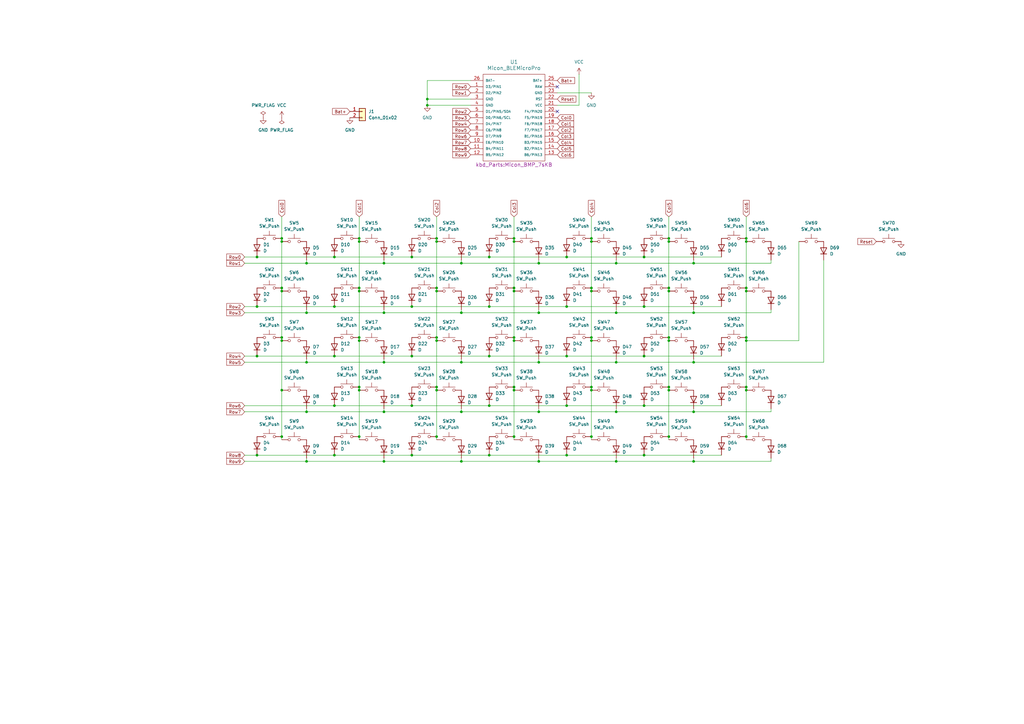
<source format=kicad_sch>
(kicad_sch (version 20250114) (generator "eeschema") (generator_version "9.0")
  (paper "A3")
  (junction (at 168.91 186.69))
  (junction (at 157.48 107.95))
  (junction (at 137.16 125.73))
  (junction (at 242.57 99.06))
  (junction (at 210.82 119.38))
  (junction (at 274.32 138.43))
  (junction (at 168.91 105.41))
  (junction (at 252.73 107.95))
  (junction (at 105.41 146.05))
  (junction (at 242.57 158.75))
  (junction (at 220.98 128.27))
  (junction (at 168.91 166.37))
  (junction (at 115.57 138.43))
  (junction (at 147.32 97.79))
  (junction (at 137.16 186.69))
  (junction (at 306.07 118.11))
  (junction (at 200.66 186.69))
  (junction (at 179.07 138.43))
  (junction (at 274.32 179.07))
  (junction (at 242.57 160.02))
  (junction (at 252.73 168.91))
  (junction (at 264.16 146.05))
  (junction (at 232.41 105.41))
  (junction (at 200.66 146.05))
  (junction (at 147.32 119.38))
  (junction (at 115.57 97.79))
  (junction (at 252.73 189.23))
  (junction (at 147.32 158.75))
  (junction (at 306.07 179.07))
  (junction (at 274.32 160.02))
  (junction (at 220.98 148.59))
  (junction (at 105.41 186.69))
  (junction (at 115.57 119.38))
  (junction (at 242.57 119.38))
  (junction (at 264.16 166.37))
  (junction (at 105.41 105.41))
  (junction (at 284.48 148.59))
  (junction (at 306.07 99.06))
  (junction (at 125.73 107.95))
  (junction (at 252.73 128.27))
  (junction (at 210.82 138.43))
  (junction (at 210.82 97.79))
  (junction (at 220.98 189.23))
  (junction (at 189.23 148.59))
  (junction (at 200.66 105.41))
  (junction (at 210.82 139.7))
  (junction (at 220.98 107.95))
  (junction (at 274.32 118.11))
  (junction (at 137.16 166.37))
  (junction (at 157.48 128.27))
  (junction (at 147.32 179.07))
  (junction (at 179.07 97.79))
  (junction (at 274.32 119.38))
  (junction (at 284.48 107.95))
  (junction (at 189.23 128.27))
  (junction (at 200.66 166.37))
  (junction (at 179.07 160.02))
  (junction (at 189.23 189.23))
  (junction (at 137.16 146.05))
  (junction (at 115.57 160.02))
  (junction (at 147.32 138.43))
  (junction (at 210.82 118.11))
  (junction (at 242.57 118.11))
  (junction (at 125.73 168.91))
  (junction (at 115.57 118.11))
  (junction (at 157.48 148.59))
  (junction (at 264.16 105.41))
  (junction (at 147.32 99.06))
  (junction (at 175.26 43.18))
  (junction (at 306.07 138.43))
  (junction (at 147.32 139.7))
  (junction (at 125.73 148.59))
  (junction (at 210.82 179.07))
  (junction (at 264.16 186.69))
  (junction (at 175.26 40.64))
  (junction (at 115.57 139.7))
  (junction (at 232.41 146.05))
  (junction (at 147.32 118.11))
  (junction (at 157.48 189.23))
  (junction (at 125.73 189.23))
  (junction (at 179.07 99.06))
  (junction (at 179.07 119.38))
  (junction (at 284.48 168.91))
  (junction (at 115.57 99.06))
  (junction (at 179.07 179.07))
  (junction (at 210.82 160.02))
  (junction (at 189.23 168.91))
  (junction (at 168.91 146.05))
  (junction (at 306.07 139.7))
  (junction (at 115.57 179.07))
  (junction (at 189.23 107.95))
  (junction (at 137.16 105.41))
  (junction (at 232.41 166.37))
  (junction (at 274.32 99.06))
  (junction (at 105.41 125.73))
  (junction (at 274.32 97.79))
  (junction (at 306.07 160.02))
  (junction (at 220.98 168.91))
  (junction (at 242.57 97.79))
  (junction (at 200.66 125.73))
  (junction (at 242.57 179.07))
  (junction (at 125.73 128.27))
  (junction (at 179.07 118.11))
  (junction (at 179.07 158.75))
  (junction (at 147.32 160.02))
  (junction (at 274.32 158.75))
  (junction (at 242.57 139.7))
  (junction (at 274.32 139.7))
  (junction (at 210.82 99.06))
  (junction (at 284.48 189.23))
  (junction (at 232.41 186.69))
  (junction (at 252.73 148.59))
  (junction (at 306.07 158.75))
  (junction (at 284.48 128.27))
  (junction (at 306.07 97.79))
  (junction (at 264.16 125.73))
  (junction (at 179.07 139.7))
  (junction (at 157.48 168.91))
  (junction (at 242.57 138.43))
  (junction (at 168.91 125.73))
  (junction (at 306.07 119.38))
  (junction (at 232.41 125.73))
  (junction (at 210.82 158.75))
  (no_connect (at 228.6 35.56))
  (no_connect (at 228.6 45.72))
  (wire (pts (xy 189.23 189.23) (xy 189.23 187.96)))
  (wire (pts (xy 193.04 33.02) (xy 175.26 33.02)))
  (wire (pts (xy 147.32 88.9) (xy 147.32 97.79)))
  (wire (pts (xy 306.07 118.11) (xy 306.07 119.38)))
  (wire (pts (xy 147.32 160.02) (xy 147.32 179.07)))
  (wire (pts (xy 179.07 139.7) (xy 179.07 158.75)))
  (wire (pts (xy 137.16 146.05) (xy 168.91 146.05)))
  (wire (pts (xy 284.48 168.91) (xy 316.23 168.91)))
  (wire (pts (xy 284.48 128.27) (xy 284.48 127)))
  (wire (pts (xy 137.16 186.69) (xy 168.91 186.69)))
  (wire (pts (xy 232.41 105.41) (xy 264.16 105.41)))
  (wire (pts (xy 200.66 105.41) (xy 232.41 105.41)))
  (wire (pts (xy 327.66 139.7) (xy 306.07 139.7)))
  (wire (pts (xy 100.33 166.37) (xy 137.16 166.37)))
  (wire (pts (xy 274.32 139.7) (xy 274.32 158.75)))
  (wire (pts (xy 100.33 105.41) (xy 105.41 105.41)))
  (wire (pts (xy 157.48 128.27) (xy 157.48 127)))
  (wire (pts (xy 115.57 119.38) (xy 115.57 138.43)))
  (wire (pts (xy 274.32 118.11) (xy 274.32 119.38)))
  (wire (pts (xy 210.82 139.7) (xy 210.82 158.75)))
  (wire (pts (xy 252.73 107.95) (xy 252.73 106.68)))
  (wire (pts (xy 220.98 107.95) (xy 220.98 106.68)))
  (wire (pts (xy 220.98 148.59) (xy 220.98 147.32)))
  (wire (pts (xy 125.73 148.59) (xy 157.48 148.59)))
  (wire (pts (xy 189.23 168.91) (xy 189.23 167.64)))
  (wire (pts (xy 100.33 189.23) (xy 125.73 189.23)))
  (wire (pts (xy 189.23 107.95) (xy 220.98 107.95)))
  (wire (pts (xy 115.57 139.7) (xy 115.57 160.02)))
  (wire (pts (xy 115.57 99.06) (xy 115.57 118.11)))
  (wire (pts (xy 115.57 179.07) (xy 115.57 180.34)))
  (wire (pts (xy 147.32 99.06) (xy 147.32 118.11)))
  (wire (pts (xy 284.48 107.95) (xy 284.48 106.68)))
  (wire (pts (xy 189.23 148.59) (xy 189.23 147.32)))
  (wire (pts (xy 157.48 168.91) (xy 189.23 168.91)))
  (wire (pts (xy 125.73 189.23) (xy 157.48 189.23)))
  (wire (pts (xy 168.91 166.37) (xy 200.66 166.37)))
  (wire (pts (xy 189.23 148.59) (xy 220.98 148.59)))
  (wire (pts (xy 264.16 186.69) (xy 295.91 186.69)))
  (wire (pts (xy 252.73 148.59) (xy 252.73 147.32)))
  (wire (pts (xy 125.73 168.91) (xy 125.73 167.64)))
  (wire (pts (xy 210.82 179.07) (xy 210.82 180.34)))
  (wire (pts (xy 316.23 107.95) (xy 316.23 106.68)))
  (wire (pts (xy 105.41 186.69) (xy 137.16 186.69)))
  (wire (pts (xy 284.48 128.27) (xy 316.23 128.27)))
  (wire (pts (xy 306.07 99.06) (xy 306.07 118.11)))
  (wire (pts (xy 264.16 105.41) (xy 295.91 105.41)))
  (wire (pts (xy 147.32 139.7) (xy 147.32 158.75)))
  (wire (pts (xy 210.82 88.9) (xy 210.82 97.79)))
  (wire (pts (xy 189.23 128.27) (xy 189.23 127)))
  (wire (pts (xy 179.07 138.43) (xy 179.07 139.7)))
  (wire (pts (xy 168.91 125.73) (xy 200.66 125.73)))
  (wire (pts (xy 252.73 189.23) (xy 252.73 187.96)))
  (wire (pts (xy 220.98 128.27) (xy 220.98 127)))
  (wire (pts (xy 147.32 97.79) (xy 147.32 99.06)))
  (wire (pts (xy 125.73 128.27) (xy 157.48 128.27)))
  (wire (pts (xy 157.48 189.23) (xy 189.23 189.23)))
  (wire (pts (xy 316.23 128.27) (xy 316.23 127)))
  (wire (pts (xy 210.82 99.06) (xy 210.82 118.11)))
  (wire (pts (xy 242.57 119.38) (xy 242.57 138.43)))
  (wire (pts (xy 179.07 118.11) (xy 179.07 119.38)))
  (wire (pts (xy 242.57 139.7) (xy 242.57 158.75)))
  (wire (pts (xy 157.48 168.91) (xy 157.48 167.64)))
  (wire (pts (xy 189.23 107.95) (xy 189.23 106.68)))
  (wire (pts (xy 252.73 107.95) (xy 284.48 107.95)))
  (wire (pts (xy 220.98 189.23) (xy 220.98 187.96)))
  (wire (pts (xy 220.98 107.95) (xy 252.73 107.95)))
  (wire (pts (xy 175.26 43.18) (xy 193.04 43.18)))
  (wire (pts (xy 284.48 189.23) (xy 316.23 189.23)))
  (wire (pts (xy 232.41 125.73) (xy 264.16 125.73)))
  (wire (pts (xy 252.73 168.91) (xy 252.73 167.64)))
  (wire (pts (xy 252.73 128.27) (xy 252.73 127)))
  (wire (pts (xy 228.6 38.1) (xy 242.57 38.1)))
  (wire (pts (xy 189.23 128.27) (xy 220.98 128.27)))
  (wire (pts (xy 175.26 33.02) (xy 175.26 40.64)))
  (wire (pts (xy 200.66 166.37) (xy 232.41 166.37)))
  (wire (pts (xy 220.98 168.91) (xy 220.98 167.64)))
  (wire (pts (xy 115.57 88.9) (xy 115.57 97.79)))
  (wire (pts (xy 306.07 138.43) (xy 306.07 139.7)))
  (wire (pts (xy 200.66 146.05) (xy 232.41 146.05)))
  (wire (pts (xy 306.07 88.9) (xy 306.07 97.79)))
  (wire (pts (xy 210.82 97.79) (xy 210.82 99.06)))
  (wire (pts (xy 125.73 189.23) (xy 125.73 187.96)))
  (wire (pts (xy 306.07 97.79) (xy 306.07 99.06)))
  (wire (pts (xy 179.07 88.9) (xy 179.07 97.79)))
  (wire (pts (xy 125.73 107.95) (xy 125.73 106.68)))
  (wire (pts (xy 274.32 179.07) (xy 274.32 180.34)))
  (wire (pts (xy 168.91 146.05) (xy 200.66 146.05)))
  (wire (pts (xy 242.57 88.9) (xy 242.57 97.79)))
  (wire (pts (xy 147.32 118.11) (xy 147.32 119.38)))
  (wire (pts (xy 274.32 160.02) (xy 274.32 179.07)))
  (wire (pts (xy 115.57 138.43) (xy 115.57 139.7)))
  (wire (pts (xy 175.26 40.64) (xy 175.26 43.18)))
  (wire (pts (xy 100.33 148.59) (xy 125.73 148.59)))
  (wire (pts (xy 168.91 105.41) (xy 200.66 105.41)))
  (wire (pts (xy 168.91 186.69) (xy 200.66 186.69)))
  (wire (pts (xy 210.82 158.75) (xy 210.82 160.02)))
  (wire (pts (xy 179.07 158.75) (xy 179.07 160.02)))
  (wire (pts (xy 242.57 99.06) (xy 242.57 118.11)))
  (wire (pts (xy 189.23 168.91) (xy 220.98 168.91)))
  (wire (pts (xy 157.48 128.27) (xy 189.23 128.27)))
  (wire (pts (xy 220.98 168.91) (xy 252.73 168.91)))
  (wire (pts (xy 193.04 40.64) (xy 175.26 40.64)))
  (wire (pts (xy 157.48 107.95) (xy 189.23 107.95)))
  (wire (pts (xy 220.98 128.27) (xy 252.73 128.27)))
  (wire (pts (xy 147.32 119.38) (xy 147.32 138.43)))
  (wire (pts (xy 157.48 148.59) (xy 157.48 147.32)))
  (wire (pts (xy 100.33 146.05) (xy 105.41 146.05)))
  (wire (pts (xy 210.82 119.38) (xy 210.82 138.43)))
  (wire (pts (xy 115.57 160.02) (xy 115.57 179.07)))
  (wire (pts (xy 252.73 148.59) (xy 284.48 148.59)))
  (wire (pts (xy 242.57 97.79) (xy 242.57 99.06)))
  (wire (pts (xy 264.16 166.37) (xy 295.91 166.37)))
  (wire (pts (xy 264.16 146.05) (xy 295.91 146.05)))
  (wire (pts (xy 228.6 43.18) (xy 237.49 43.18)))
  (wire (pts (xy 306.07 119.38) (xy 306.07 138.43)))
  (wire (pts (xy 284.48 107.95) (xy 316.23 107.95)))
  (wire (pts (xy 242.57 160.02) (xy 242.57 179.07)))
  (wire (pts (xy 274.32 158.75) (xy 274.32 160.02)))
  (wire (pts (xy 220.98 189.23) (xy 252.73 189.23)))
  (wire (pts (xy 100.33 128.27) (xy 125.73 128.27)))
  (wire (pts (xy 200.66 125.73) (xy 232.41 125.73)))
  (wire (pts (xy 105.41 146.05) (xy 137.16 146.05)))
  (wire (pts (xy 105.41 125.73) (xy 137.16 125.73)))
  (wire (pts (xy 210.82 118.11) (xy 210.82 119.38)))
  (wire (pts (xy 157.48 148.59) (xy 189.23 148.59)))
  (wire (pts (xy 220.98 148.59) (xy 252.73 148.59)))
  (wire (pts (xy 284.48 189.23) (xy 284.48 187.96)))
  (wire (pts (xy 306.07 139.7) (xy 306.07 158.75)))
  (wire (pts (xy 242.57 138.43) (xy 242.57 139.7)))
  (wire (pts (xy 179.07 160.02) (xy 179.07 179.07)))
  (wire (pts (xy 100.33 107.95) (xy 125.73 107.95)))
  (wire (pts (xy 316.23 168.91) (xy 316.23 167.64)))
  (wire (pts (xy 147.32 158.75) (xy 147.32 160.02)))
  (wire (pts (xy 337.82 148.59) (xy 337.82 106.68)))
  (wire (pts (xy 125.73 107.95) (xy 157.48 107.95)))
  (wire (pts (xy 232.41 146.05) (xy 264.16 146.05)))
  (wire (pts (xy 157.48 189.23) (xy 157.48 187.96)))
  (wire (pts (xy 306.07 158.75) (xy 306.07 160.02)))
  (wire (pts (xy 125.73 168.91) (xy 157.48 168.91)))
  (wire (pts (xy 242.57 179.07) (xy 242.57 180.34)))
  (wire (pts (xy 274.32 97.79) (xy 274.32 99.06)))
  (wire (pts (xy 125.73 128.27) (xy 125.73 127)))
  (wire (pts (xy 252.73 189.23) (xy 284.48 189.23)))
  (wire (pts (xy 232.41 186.69) (xy 264.16 186.69)))
  (wire (pts (xy 147.32 138.43) (xy 147.32 139.7)))
  (wire (pts (xy 242.57 158.75) (xy 242.57 160.02)))
  (wire (pts (xy 284.48 148.59) (xy 284.48 147.32)))
  (wire (pts (xy 157.48 107.95) (xy 157.48 106.68)))
  (wire (pts (xy 264.16 125.73) (xy 295.91 125.73)))
  (wire (pts (xy 327.66 99.06) (xy 327.66 139.7)))
  (wire (pts (xy 105.41 105.41) (xy 137.16 105.41)))
  (wire (pts (xy 137.16 125.73) (xy 168.91 125.73)))
  (wire (pts (xy 115.57 97.79) (xy 115.57 99.06)))
  (wire (pts (xy 252.73 128.27) (xy 284.48 128.27)))
  (wire (pts (xy 306.07 160.02) (xy 306.07 179.07)))
  (wire (pts (xy 189.23 189.23) (xy 220.98 189.23)))
  (wire (pts (xy 210.82 160.02) (xy 210.82 179.07)))
  (wire (pts (xy 316.23 189.23) (xy 316.23 187.96)))
  (wire (pts (xy 137.16 166.37) (xy 168.91 166.37)))
  (wire (pts (xy 200.66 186.69) (xy 232.41 186.69)))
  (wire (pts (xy 179.07 179.07) (xy 179.07 180.34)))
  (wire (pts (xy 147.32 179.07) (xy 147.32 180.34)))
  (wire (pts (xy 274.32 119.38) (xy 274.32 138.43)))
  (wire (pts (xy 179.07 119.38) (xy 179.07 138.43)))
  (wire (pts (xy 232.41 166.37) (xy 264.16 166.37)))
  (wire (pts (xy 284.48 168.91) (xy 284.48 167.64)))
  (wire (pts (xy 252.73 168.91) (xy 284.48 168.91)))
  (wire (pts (xy 100.33 125.73) (xy 105.41 125.73)))
  (wire (pts (xy 125.73 148.59) (xy 125.73 147.32)))
  (wire (pts (xy 237.49 30.48) (xy 237.49 43.18)))
  (wire (pts (xy 179.07 99.06) (xy 179.07 118.11)))
  (wire (pts (xy 100.33 168.91) (xy 125.73 168.91)))
  (wire (pts (xy 210.82 138.43) (xy 210.82 139.7)))
  (wire (pts (xy 306.07 179.07) (xy 306.07 180.34)))
  (wire (pts (xy 100.33 186.69) (xy 105.41 186.69)))
  (wire (pts (xy 274.32 88.9) (xy 274.32 97.79)))
  (wire (pts (xy 274.32 138.43) (xy 274.32 139.7)))
  (wire (pts (xy 242.57 118.11) (xy 242.57 119.38)))
  (wire (pts (xy 115.57 118.11) (xy 115.57 119.38)))
  (wire (pts (xy 274.32 99.06) (xy 274.32 118.11)))
  (wire (pts (xy 284.48 148.59) (xy 337.82 148.59)))
  (wire (pts (xy 137.16 105.41) (xy 168.91 105.41)))
  (wire (pts (xy 179.07 97.79) (xy 179.07 99.06)))
  (global_label "Col1" (shape input) (at 147.32 88.9 90) (property "Intersheetrefs" "${INTERSHEET_REFS}" (effects (hide yes))))
  (global_label "Row1" (shape input) (at 193.04 38.1 180) (property "Intersheetrefs" "${INTERSHEET_REFS}" (effects (hide yes))))
  (global_label "Row8" (shape input) (at 100.33 186.69 180) (property "Intersheetrefs" "${INTERSHEET_REFS}" (effects (hide yes))))
  (global_label "Col6" (shape input) (at 228.6 63.5 0) (property "Intersheetrefs" "${INTERSHEET_REFS}" (effects (hide yes))))
  (global_label "Col2" (shape input) (at 228.6 53.34 0) (property "Intersheetrefs" "${INTERSHEET_REFS}" (effects (hide yes))))
  (global_label "Row9" (shape input) (at 100.33 189.23 180) (property "Intersheetrefs" "${INTERSHEET_REFS}" (effects (hide yes))))
  (global_label "Bat+" (shape input) (at 228.6 33.02 0) (property "Intersheetrefs" "${INTERSHEET_REFS}" (effects (hide yes))))
  (global_label "Row2" (shape input) (at 100.33 125.73 180) (property "Intersheetrefs" "${INTERSHEET_REFS}" (effects (hide yes))))
  (global_label "Col3" (shape input) (at 210.82 88.9 90) (property "Intersheetrefs" "${INTERSHEET_REFS}" (effects (hide yes))))
  (global_label "Row2" (shape input) (at 193.04 45.72 180) (property "Intersheetrefs" "${INTERSHEET_REFS}" (effects (hide yes))))
  (global_label "Reset" (shape input) (at 228.6 40.64 0) (property "Intersheetrefs" "${INTERSHEET_REFS}" (effects (hide yes))))
  (global_label "Col4" (shape input) (at 242.57 88.9 90) (property "Intersheetrefs" "${INTERSHEET_REFS}" (effects (hide yes))))
  (global_label "Col2" (shape input) (at 179.07 88.9 90) (property "Intersheetrefs" "${INTERSHEET_REFS}" (effects (hide yes))))
  (global_label "Row7" (shape input) (at 100.33 168.91 180) (property "Intersheetrefs" "${INTERSHEET_REFS}" (effects (hide yes))))
  (global_label "Col5" (shape input) (at 228.6 60.96 0) (property "Intersheetrefs" "${INTERSHEET_REFS}" (effects (hide yes))))
  (global_label "Row0" (shape input) (at 100.33 105.41 180) (property "Intersheetrefs" "${INTERSHEET_REFS}" (effects (hide yes))))
  (global_label "Bat+" (shape input) (at 143.51 45.72 180) (property "Intersheetrefs" "${INTERSHEET_REFS}" (effects (hide yes))))
  (global_label "Col3" (shape input) (at 228.6 55.88 0) (property "Intersheetrefs" "${INTERSHEET_REFS}" (effects (hide yes))))
  (global_label "Row0" (shape input) (at 193.04 35.56 180) (property "Intersheetrefs" "${INTERSHEET_REFS}" (effects (hide yes))))
  (global_label "Row3" (shape input) (at 193.04 48.26 180) (property "Intersheetrefs" "${INTERSHEET_REFS}" (effects (hide yes))))
  (global_label "Row5" (shape input) (at 193.04 53.34 180) (property "Intersheetrefs" "${INTERSHEET_REFS}" (effects (hide yes))))
  (global_label "Row6" (shape input) (at 193.04 55.88 180) (property "Intersheetrefs" "${INTERSHEET_REFS}" (effects (hide yes))))
  (global_label "Col5" (shape input) (at 274.32 88.9 90) (property "Intersheetrefs" "${INTERSHEET_REFS}" (effects (hide yes))))
  (global_label "Row3" (shape input) (at 100.33 128.27 180) (property "Intersheetrefs" "${INTERSHEET_REFS}" (effects (hide yes))))
  (global_label "Col0" (shape input) (at 228.6 48.26 0) (property "Intersheetrefs" "${INTERSHEET_REFS}" (effects (hide yes))))
  (global_label "Reset" (shape input) (at 359.41 99.06 180) (property "Intersheetrefs" "${INTERSHEET_REFS}" (effects (hide yes))))
  (global_label "Row4" (shape input) (at 193.04 50.8 180) (property "Intersheetrefs" "${INTERSHEET_REFS}" (effects (hide yes))))
  (global_label "Col0" (shape input) (at 115.57 88.9 90) (property "Intersheetrefs" "${INTERSHEET_REFS}" (effects (hide yes))))
  (global_label "Row9" (shape input) (at 193.04 63.5 180) (property "Intersheetrefs" "${INTERSHEET_REFS}" (effects (hide yes))))
  (global_label "Row1" (shape input) (at 100.33 107.95 180) (property "Intersheetrefs" "${INTERSHEET_REFS}" (effects (hide yes))))
  (global_label "Row8" (shape input) (at 193.04 60.96 180) (property "Intersheetrefs" "${INTERSHEET_REFS}" (effects (hide yes))))
  (global_label "Col6" (shape input) (at 306.07 88.9 90) (property "Intersheetrefs" "${INTERSHEET_REFS}" (effects (hide yes))))
  (global_label "Row6" (shape input) (at 100.33 166.37 180) (property "Intersheetrefs" "${INTERSHEET_REFS}" (effects (hide yes))))
  (global_label "Row4" (shape input) (at 100.33 146.05 180) (property "Intersheetrefs" "${INTERSHEET_REFS}" (effects (hide yes))))
  (global_label "Col1" (shape input) (at 228.6 50.8 0) (property "Intersheetrefs" "${INTERSHEET_REFS}" (effects (hide yes))))
  (global_label "Row5" (shape input) (at 100.33 148.59 180) (property "Intersheetrefs" "${INTERSHEET_REFS}" (effects (hide yes))))
  (global_label "Row7" (shape input) (at 193.04 58.42 180) (property "Intersheetrefs" "${INTERSHEET_REFS}" (effects (hide yes))))
  (global_label "Col4" (shape input) (at 228.6 58.42 0) (property "Intersheetrefs" "${INTERSHEET_REFS}" (effects (hide yes))))
  (symbol (lib_id "power:PWR_FLAG") (at 107.95 48.26 0) (unit 1)
    (property "Reference" "#FLG01" (effects (hide yes)))
    (property "Value" "PWR_FLAG" (at 107.95 43.18 0))
    (property "Description" "Special symbol for telling ERC where power comes from" (effects (hide yes)))
  )
  (symbol (lib_id "Switch:SW_Push") (at 279.4 139.7 0) (unit 1)
    (property "Reference" "SW57" (at 279.4 132.08 0))
    (property "Value" "SW_Push" (at 279.4 134.62 0))
    (property "Footprint" "kbd_SW:CherryMX_Hotswap_1u_Small3" (effects (hide yes)))
    (property "Description" "Push button switch, generic, two pins" (effects (hide yes)))
  )
  (symbol (lib_id "Device:D") (at 189.23 184.15 90) (unit 1)
    (property "Reference" "D29" (at 191.77 182.8799 90) (effects (justify right)))
    (property "Value" "D" (at 191.77 185.4199 90) (effects (justify right)))
    (property "Footprint" "kbd_Parts:Diode_SMD" (effects (hide yes)))
    (property "Description" "Diode" (effects (hide yes)))
    (property "Sim.Device" "D" (effects (hide yes)))
    (property "Sim.Pins" "1=K 2=A" (effects (hide yes)))
  )
  (symbol (lib_id "Device:D") (at 220.98 143.51 90) (unit 1)
    (property "Reference" "D37" (at 223.52 142.2399 90) (effects (justify right)))
    (property "Value" "D" (at 223.52 144.7799 90) (effects (justify right)))
    (property "Footprint" "kbd_Parts:Diode_SMD" (effects (hide yes)))
    (property "Description" "Diode" (effects (hide yes)))
    (property "Sim.Device" "D" (effects (hide yes)))
    (property "Sim.Pins" "1=K 2=A" (effects (hide yes)))
  )
  (symbol (lib_id "Switch:SW_Push") (at 142.24 97.79 0) (unit 1)
    (property "Reference" "SW10" (at 142.24 90.17 0))
    (property "Value" "SW_Push" (at 142.24 92.71 0))
    (property "Footprint" "kbd_SW:CherryMX_Hotswap_1u_Small3" (effects (hide yes)))
    (property "Description" "Push button switch, generic, two pins" (effects (hide yes)))
  )
  (symbol (lib_id "Device:D") (at 232.41 182.88 90) (unit 1)
    (property "Reference" "D44" (at 234.95 181.6099 90) (effects (justify right)))
    (property "Value" "D" (at 234.95 184.1499 90) (effects (justify right)))
    (property "Footprint" "kbd_Parts:Diode_SMD" (effects (hide yes)))
    (property "Description" "Diode" (effects (hide yes)))
    (property "Sim.Device" "D" (effects (hide yes)))
    (property "Sim.Pins" "1=K 2=A" (effects (hide yes)))
  )
  (symbol (lib_id "Device:D") (at 264.16 101.6 90) (unit 1)
    (property "Reference" "D50" (at 266.7 100.3299 90) (effects (justify right)))
    (property "Value" "D" (at 266.7 102.8699 90) (effects (justify right)))
    (property "Footprint" "kbd_Parts:Diode_SMD" (effects (hide yes)))
    (property "Description" "Diode" (effects (hide yes)))
    (property "Sim.Device" "D" (effects (hide yes)))
    (property "Sim.Pins" "1=K 2=A" (effects (hide yes)))
  )
  (symbol (lib_id "Device:D") (at 316.23 163.83 90) (unit 1)
    (property "Reference" "D67" (at 318.77 162.5599 90) (effects (justify right)))
    (property "Value" "D" (at 318.77 165.0999 90) (effects (justify right)))
    (property "Footprint" "kbd_Parts:Diode_SMD" (effects (hide yes)))
    (property "Description" "Diode" (effects (hide yes)))
    (property "Sim.Device" "D" (effects (hide yes)))
    (property "Sim.Pins" "1=K 2=A" (effects (hide yes)))
  )
  (symbol (lib_id "Device:D") (at 252.73 102.87 90) (unit 1)
    (property "Reference" "D45" (at 255.27 101.5999 90) (effects (justify right)))
    (property "Value" "D" (at 255.27 104.1399 90) (effects (justify right)))
    (property "Footprint" "kbd_Parts:Diode_SMD" (effects (hide yes)))
    (property "Description" "Diode" (effects (hide yes)))
    (property "Sim.Device" "D" (effects (hide yes)))
    (property "Sim.Pins" "1=K 2=A" (effects (hide yes)))
  )
  (symbol (lib_id "Switch:SW_Push") (at 110.49 97.79 0) (unit 1)
    (property "Reference" "SW1" (at 110.49 90.17 0))
    (property "Value" "SW_Push" (at 110.49 92.71 0))
    (property "Footprint" "kbd_SW:CherryMX_Hotswap_1u_Small3" (effects (hide yes)))
    (property "Description" "Push button switch, generic, two pins" (effects (hide yes)))
  )
  (symbol (lib_id "Switch:SW_Push") (at 237.49 179.07 0) (unit 1)
    (property "Reference" "SW44" (at 237.49 171.45 0))
    (property "Value" "SW_Push" (at 237.49 173.99 0))
    (property "Footprint" "kbd_SW:CherryMX_Hotswap_1u_Small3" (effects (hide yes)))
    (property "Description" "Push button switch, generic, two pins" (effects (hide yes)))
  )
  (symbol (lib_id "Switch:SW_Push") (at 184.15 99.06 0) (unit 1)
    (property "Reference" "SW25" (at 184.15 91.44 0))
    (property "Value" "SW_Push" (at 184.15 93.98 0))
    (property "Footprint" "kbd_SW:CherryMX_Hotswap_1u_Small3" (effects (hide yes)))
    (property "Description" "Push button switch, generic, two pins" (effects (hide yes)))
  )
  (symbol (lib_id "Switch:SW_Push") (at 120.65 160.02 0) (unit 1)
    (property "Reference" "SW8" (at 120.65 152.4 0))
    (property "Value" "SW_Push" (at 120.65 154.94 0))
    (property "Footprint" "kbd_SW:CherryMX_Hotswap_1.75u" (effects (hide yes)))
    (property "Description" "Push button switch, generic, two pins" (effects (hide yes)))
  )
  (symbol (lib_id "Switch:SW_Push") (at 300.99 97.79 0) (unit 1)
    (property "Reference" "SW60" (at 300.99 90.17 0))
    (property "Value" "SW_Push" (at 300.99 92.71 0))
    (property "Footprint" "kbd_SW:CherryMX_Hotswap_1u_Small3" (effects (hide yes)))
    (property "Description" "Push button switch, generic, two pins" (effects (hide yes)))
  )
  (symbol (lib_id "Device:D") (at 232.41 101.6 90) (unit 1)
    (property "Reference" "D40" (at 234.95 100.3299 90) (effects (justify right)))
    (property "Value" "D" (at 234.95 102.8699 90) (effects (justify right)))
    (property "Footprint" "kbd_Parts:Diode_SMD" (effects (hide yes)))
    (property "Description" "Diode" (effects (hide yes)))
    (property "Sim.Device" "D" (effects (hide yes)))
    (property "Sim.Pins" "1=K 2=A" (effects (hide yes)))
  )
  (symbol (lib_id "power:GND") (at 107.95 48.26 0) (unit 1)
    (property "Reference" "#PWR01" (effects (hide yes)))
    (property "Value" "GND" (at 107.95 53.34 0))
    (property "Description" "Power symbol creates a global label with name \"GND\" , ground" (effects (hide yes)))
  )
  (symbol (lib_id "Device:D") (at 232.41 162.56 90) (unit 1)
    (property "Reference" "D43" (at 234.95 161.2899 90) (effects (justify right)))
    (property "Value" "D" (at 234.95 163.8299 90) (effects (justify right)))
    (property "Footprint" "kbd_Parts:Diode_SMD" (effects (hide yes)))
    (property "Description" "Diode" (effects (hide yes)))
    (property "Sim.Device" "D" (effects (hide yes)))
    (property "Sim.Pins" "1=K 2=A" (effects (hide yes)))
  )
  (symbol (lib_id "Switch:SW_Push") (at 173.99 97.79 0) (unit 1)
    (property "Reference" "SW20" (at 173.99 90.17 0))
    (property "Value" "SW_Push" (at 173.99 92.71 0))
    (property "Footprint" "kbd_SW:CherryMX_Hotswap_1u_Small3" (effects (hide yes)))
    (property "Description" "Push button switch, generic, two pins" (effects (hide yes)))
  )
  (symbol (lib_id "Device:D") (at 125.73 143.51 90) (unit 1)
    (property "Reference" "D7" (at 128.27 142.2399 90) (effects (justify right)))
    (property "Value" "D" (at 128.27 144.7799 90) (effects (justify right)))
    (property "Footprint" "kbd_Parts:Diode_SMD" (effects (hide yes)))
    (property "Description" "Diode" (effects (hide yes)))
    (property "Sim.Device" "D" (effects (hide yes)))
    (property "Sim.Pins" "1=K 2=A" (effects (hide yes)))
  )
  (symbol (lib_id "power:GND") (at 175.26 43.18 0) (unit 1)
    (property "Reference" "#PWR04" (effects (hide yes)))
    (property "Value" "GND" (at 175.26 48.26 0))
    (property "Description" "Power symbol creates a global label with name \"GND\" , ground" (effects (hide yes)))
  )
  (symbol (lib_id "Switch:SW_Push") (at 300.99 138.43 0) (unit 1)
    (property "Reference" "SW62" (at 300.99 130.81 0))
    (property "Value" "SW_Push" (at 300.99 133.35 0))
    (property "Footprint" "kbd_SW:CherryMX_Hotswap_1.75u" (effects (hide yes)))
    (property "Description" "Push button switch, generic, two pins" (effects (hide yes)))
  )
  (symbol (lib_id "Switch:SW_Push") (at 279.4 160.02 0) (unit 1)
    (property "Reference" "SW58" (at 279.4 152.4 0))
    (property "Value" "SW_Push" (at 279.4 154.94 0))
    (property "Footprint" "kbd_SW:CherryMX_Hotswap_1u_Small3" (effects (hide yes)))
    (property "Description" "Push button switch, generic, two pins" (effects (hide yes)))
  )
  (symbol (lib_id "Device:D") (at 284.48 102.87 90) (unit 1)
    (property "Reference" "D55" (at 287.02 101.5999 90) (effects (justify right)))
    (property "Value" "D" (at 287.02 104.1399 90) (effects (justify right)))
    (property "Footprint" "kbd_Parts:Diode_SMD" (effects (hide yes)))
    (property "Description" "Diode" (effects (hide yes)))
    (property "Sim.Device" "D" (effects (hide yes)))
    (property "Sim.Pins" "1=K 2=A" (effects (hide yes)))
  )
  (symbol (lib_id "Switch:SW_Push") (at 142.24 118.11 0) (unit 1)
    (property "Reference" "SW11" (at 142.24 110.49 0))
    (property "Value" "SW_Push" (at 142.24 113.03 0))
    (property "Footprint" "kbd_SW:CherryMX_Hotswap_1u_Small3" (effects (hide yes)))
    (property "Description" "Push button switch, generic, two pins" (effects (hide yes)))
  )
  (symbol (lib_id "Device:D") (at 220.98 123.19 90) (unit 1)
    (property "Reference" "D36" (at 223.52 121.9199 90) (effects (justify right)))
    (property "Value" "D" (at 223.52 124.4599 90) (effects (justify right)))
    (property "Footprint" "kbd_Parts:Diode_SMD" (effects (hide yes)))
    (property "Description" "Diode" (effects (hide yes)))
    (property "Sim.Device" "D" (effects (hide yes)))
    (property "Sim.Pins" "1=K 2=A" (effects (hide yes)))
  )
  (symbol (lib_id "Device:D") (at 105.41 101.6 90) (unit 1)
    (property "Reference" "D1" (at 107.95 100.3299 90) (effects (justify right)))
    (property "Value" "D" (at 107.95 102.8699 90) (effects (justify right)))
    (property "Footprint" "kbd_Parts:Diode_SMD" (effects (hide yes)))
    (property "Description" "Diode" (effects (hide yes)))
    (property "Sim.Device" "D" (effects (hide yes)))
    (property "Sim.Pins" "1=K 2=A" (effects (hide yes)))
  )
  (symbol (lib_id "Device:D") (at 125.73 102.87 90) (unit 1)
    (property "Reference" "D5" (at 128.27 101.5999 90) (effects (justify right)))
    (property "Value" "D" (at 128.27 104.1399 90) (effects (justify right)))
    (property "Footprint" "kbd_Parts:Diode_SMD" (effects (hide yes)))
    (property "Description" "Diode" (effects (hide yes)))
    (property "Sim.Device" "D" (effects (hide yes)))
    (property "Sim.Pins" "1=K 2=A" (effects (hide yes)))
  )
  (symbol (lib_id "Device:D") (at 137.16 101.6 90) (unit 1)
    (property "Reference" "D10" (at 139.7 100.3299 90) (effects (justify right)))
    (property "Value" "D" (at 139.7 102.8699 90) (effects (justify right)))
    (property "Footprint" "kbd_Parts:Diode_SMD" (effects (hide yes)))
    (property "Description" "Diode" (effects (hide yes)))
    (property "Sim.Device" "D" (effects (hide yes)))
    (property "Sim.Pins" "1=K 2=A" (effects (hide yes)))
  )
  (symbol (lib_id "Device:D") (at 252.73 143.51 90) (unit 1)
    (property "Reference" "D47" (at 255.27 142.2399 90) (effects (justify right)))
    (property "Value" "D" (at 255.27 144.7799 90) (effects (justify right)))
    (property "Footprint" "kbd_Parts:Diode_SMD" (effects (hide yes)))
    (property "Description" "Diode" (effects (hide yes)))
    (property "Sim.Device" "D" (effects (hide yes)))
    (property "Sim.Pins" "1=K 2=A" (effects (hide yes)))
  )
  (symbol (lib_id "Switch:SW_Push") (at 269.24 97.79 0) (unit 1)
    (property "Reference" "SW50" (at 269.24 90.17 0))
    (property "Value" "SW_Push" (at 269.24 92.71 0))
    (property "Footprint" "kbd_SW:CherryMX_Hotswap_1u_Small3" (effects (hide yes)))
    (property "Description" "Push button switch, generic, two pins" (effects (hide yes)))
  )
  (symbol (lib_id "Device:D") (at 220.98 102.87 90) (unit 1)
    (property "Reference" "D35" (at 223.52 101.5999 90) (effects (justify right)))
    (property "Value" "D" (at 223.52 104.1399 90) (effects (justify right)))
    (property "Footprint" "kbd_Parts:Diode_SMD" (effects (hide yes)))
    (property "Description" "Diode" (effects (hide yes)))
    (property "Sim.Device" "D" (effects (hide yes)))
    (property "Sim.Pins" "1=K 2=A" (effects (hide yes)))
  )
  (symbol (lib_id "Device:D") (at 220.98 184.15 90) (unit 1)
    (property "Reference" "D39" (at 223.52 182.8799 90) (effects (justify right)))
    (property "Value" "D" (at 223.52 185.4199 90) (effects (justify right)))
    (property "Footprint" "kbd_Parts:Diode_SMD" (effects (hide yes)))
    (property "Description" "Diode" (effects (hide yes)))
    (property "Sim.Device" "D" (effects (hide yes)))
    (property "Sim.Pins" "1=K 2=A" (effects (hide yes)))
  )
  (symbol (lib_id "Switch:SW_Push") (at 237.49 97.79 0) (unit 1)
    (property "Reference" "SW40" (at 237.49 90.17 0))
    (property "Value" "SW_Push" (at 237.49 92.71 0))
    (property "Footprint" "kbd_SW:CherryMX_Hotswap_1u_Small3" (effects (hide yes)))
    (property "Description" "Push button switch, generic, two pins" (effects (hide yes)))
  )
  (symbol (lib_id "Switch:SW_Push") (at 237.49 158.75 0) (unit 1)
    (property "Reference" "SW43" (at 237.49 151.13 0))
    (property "Value" "SW_Push" (at 237.49 153.67 0))
    (property "Footprint" "kbd_SW:CherryMX_Hotswap_1u_Small3" (effects (hide yes)))
    (property "Description" "Push button switch, generic, two pins" (effects (hide yes)))
  )
  (symbol (lib_id "Switch:SW_Push") (at 279.4 99.06 0) (unit 1)
    (property "Reference" "SW55" (at 279.4 91.44 0))
    (property "Value" "SW_Push" (at 279.4 93.98 0))
    (property "Footprint" "kbd_SW:CherryMX_Hotswap_1u_Small3" (effects (hide yes)))
    (property "Description" "Push button switch, generic, two pins" (effects (hide yes)))
  )
  (symbol (lib_id "Device:D") (at 252.73 184.15 90) (unit 1)
    (property "Reference" "D49" (at 255.27 182.8799 90) (effects (justify right)))
    (property "Value" "D" (at 255.27 185.4199 90) (effects (justify right)))
    (property "Footprint" "kbd_Parts:Diode_SMD" (effects (hide yes)))
    (property "Description" "Diode" (effects (hide yes)))
    (property "Sim.Device" "D" (effects (hide yes)))
    (property "Sim.Pins" "1=K 2=A" (effects (hide yes)))
  )
  (symbol (lib_id "Device:D") (at 264.16 162.56 90) (unit 1)
    (property "Reference" "D53" (at 266.7 161.2899 90) (effects (justify right)))
    (property "Value" "D" (at 266.7 163.8299 90) (effects (justify right)))
    (property "Footprint" "kbd_Parts:Diode_SMD" (effects (hide yes)))
    (property "Description" "Diode" (effects (hide yes)))
    (property "Sim.Device" "D" (effects (hide yes)))
    (property "Sim.Pins" "1=K 2=A" (effects (hide yes)))
  )
  (symbol (lib_id "Switch:SW_Push") (at 120.65 180.34 0) (unit 1)
    (property "Reference" "SW9" (at 120.65 172.72 0))
    (property "Value" "SW_Push" (at 120.65 175.26 0))
    (property "Footprint" "kbd_SW:CherryMX_Hotswap_1.25u" (effects (hide yes)))
    (property "Description" "Push button switch, generic, two pins" (effects (hide yes)))
  )
  (symbol (lib_id "Device:D") (at 264.16 121.92 90) (unit 1)
    (property "Reference" "D51" (at 266.7 120.6499 90) (effects (justify right)))
    (property "Value" "D" (at 266.7 123.1899 90) (effects (justify right)))
    (property "Footprint" "kbd_Parts:Diode_SMD" (effects (hide yes)))
    (property "Description" "Diode" (effects (hide yes)))
    (property "Sim.Device" "D" (effects (hide yes)))
    (property "Sim.Pins" "1=K 2=A" (effects (hide yes)))
  )
  (symbol (lib_id "Device:D") (at 168.91 101.6 90) (unit 1)
    (property "Reference" "D20" (at 171.45 100.3299 90) (effects (justify right)))
    (property "Value" "D" (at 171.45 102.8699 90) (effects (justify right)))
    (property "Footprint" "kbd_Parts:Diode_SMD" (effects (hide yes)))
    (property "Description" "Diode" (effects (hide yes)))
    (property "Sim.Device" "D" (effects (hide yes)))
    (property "Sim.Pins" "1=K 2=A" (effects (hide yes)))
  )
  (symbol (lib_id "Device:D") (at 137.16 182.88 90) (unit 1)
    (property "Reference" "D14" (at 139.7 181.6099 90) (effects (justify right)))
    (property "Value" "D" (at 139.7 184.1499 90) (effects (justify right)))
    (property "Footprint" "kbd_Parts:Diode_SMD" (effects (hide yes)))
    (property "Description" "Diode" (effects (hide yes)))
    (property "Sim.Device" "D" (effects (hide yes)))
    (property "Sim.Pins" "1=K 2=A" (effects (hide yes)))
  )
  (symbol (lib_id "Switch:SW_Push") (at 205.74 97.79 0) (unit 1)
    (property "Reference" "SW30" (at 205.74 90.17 0))
    (property "Value" "SW_Push" (at 205.74 92.71 0))
    (property "Footprint" "kbd_SW:CherryMX_Hotswap_1u_Small3" (effects (hide yes)))
    (property "Description" "Push button switch, generic, two pins" (effects (hide yes)))
  )
  (symbol (lib_id "Switch:SW_Push") (at 311.15 99.06 0) (unit 1)
    (property "Reference" "SW65" (at 311.15 91.44 0))
    (property "Value" "SW_Push" (at 311.15 93.98 0))
    (property "Footprint" "kbd_SW:CherryMX_Hotswap_1u_Small3" (effects (hide yes)))
    (property "Description" "Push button switch, generic, two pins" (effects (hide yes)))
  )
  (symbol (lib_id "Device:D") (at 295.91 162.56 90) (unit 1)
    (property "Reference" "D63" (at 298.45 161.2899 90) (effects (justify right)))
    (property "Value" "D" (at 298.45 163.8299 90) (effects (justify right)))
    (property "Footprint" "kbd_Parts:Diode_SMD" (effects (hide yes)))
    (property "Description" "Diode" (effects (hide yes)))
    (property "Sim.Device" "D" (effects (hide yes)))
    (property "Sim.Pins" "1=K 2=A" (effects (hide yes)))
  )
  (symbol (lib_id "Device:D") (at 189.23 123.19 90) (unit 1)
    (property "Reference" "D26" (at 191.77 121.9199 90) (effects (justify right)))
    (property "Value" "D" (at 191.77 124.4599 90) (effects (justify right)))
    (property "Footprint" "kbd_Parts:Diode_SMD" (effects (hide yes)))
    (property "Description" "Diode" (effects (hide yes)))
    (property "Sim.Device" "D" (effects (hide yes)))
    (property "Sim.Pins" "1=K 2=A" (effects (hide yes)))
  )
  (symbol (lib_id "Switch:SW_Push") (at 332.74 99.06 0) (unit 1)
    (property "Reference" "SW69" (at 332.74 91.44 0))
    (property "Value" "SW_Push" (at 332.74 93.98 0))
    (property "Footprint" "kbd_SW:CherryMX_Hotswap_1u_Small3" (effects (hide yes)))
    (property "Description" "Push button switch, generic, two pins" (effects (hide yes)))
  )
  (symbol (lib_id "Switch:SW_Push") (at 152.4 139.7 0) (unit 1)
    (property "Reference" "SW17" (at 152.4 132.08 0))
    (property "Value" "SW_Push" (at 152.4 134.62 0))
    (property "Footprint" "kbd_SW:CherryMX_Hotswap_1u_Small3" (effects (hide yes)))
    (property "Description" "Push button switch, generic, two pins" (effects (hide yes)))
  )
  (symbol (lib_id "power:VCC") (at 237.49 30.48 0) (unit 1)
    (property "Reference" "#PWR05" (effects (hide yes)))
    (property "Value" "VCC" (at 237.49 25.4 0))
    (property "Description" "Power symbol creates a global label with name \"VCC\"" (effects (hide yes)))
  )
  (symbol (lib_id "Switch:SW_Push") (at 300.99 179.07 0) (unit 1)
    (property "Reference" "SW64" (at 300.99 171.45 0))
    (property "Value" "SW_Push" (at 300.99 173.99 0))
    (property "Footprint" "kbd_SW:CherryMX_Hotswap_1u_Small3" (effects (hide yes)))
    (property "Description" "Push button switch, generic, two pins" (effects (hide yes)))
  )
  (symbol (lib_id "Switch:SW_Push") (at 120.65 99.06 0) (unit 1)
    (property "Reference" "SW5" (at 120.65 91.44 0))
    (property "Value" "SW_Push" (at 120.65 93.98 0))
    (property "Footprint" "kbd_SW:CherryMX_Hotswap_1u_Small3" (effects (hide yes)))
    (property "Description" "Push button switch, generic, two pins" (effects (hide yes)))
  )
  (symbol (lib_id "Switch:SW_Push") (at 184.15 119.38 0) (unit 1)
    (property "Reference" "SW26" (at 184.15 111.76 0))
    (property "Value" "SW_Push" (at 184.15 114.3 0))
    (property "Footprint" "kbd_SW:CherryMX_Hotswap_1u_Small3" (effects (hide yes)))
    (property "Description" "Push button switch, generic, two pins" (effects (hide yes)))
  )
  (symbol (lib_id "Switch:SW_Push") (at 247.65 180.34 0) (unit 1)
    (property "Reference" "SW49" (at 247.65 172.72 0))
    (property "Value" "SW_Push" (at 247.65 175.26 0))
    (property "Footprint" "kbd_SW:CherryMX_Hotswap_1.25u" (effects (hide yes)))
    (property "Description" "Push button switch, generic, two pins" (effects (hide yes)))
  )
  (symbol (lib_id "Device:D") (at 168.91 162.56 90) (unit 1)
    (property "Reference" "D23" (at 171.45 161.2899 90) (effects (justify right)))
    (property "Value" "D" (at 171.45 163.8299 90) (effects (justify right)))
    (property "Footprint" "kbd_Parts:Diode_SMD" (effects (hide yes)))
    (property "Description" "Diode" (effects (hide yes)))
    (property "Sim.Device" "D" (effects (hide yes)))
    (property "Sim.Pins" "1=K 2=A" (effects (hide yes)))
  )
  (symbol (lib_id "Switch:SW_Push") (at 173.99 158.75 0) (unit 1)
    (property "Reference" "SW23" (at 173.99 151.13 0))
    (property "Value" "SW_Push" (at 173.99 153.67 0))
    (property "Footprint" "kbd_SW:CherryMX_Hotswap_1u_Small3" (effects (hide yes)))
    (property "Description" "Push button switch, generic, two pins" (effects (hide yes)))
  )
  (symbol (lib_id "Device:D") (at 232.41 121.92 90) (unit 1)
    (property "Reference" "D41" (at 234.95 120.6499 90) (effects (justify right)))
    (property "Value" "D" (at 234.95 123.1899 90) (effects (justify right)))
    (property "Footprint" "kbd_Parts:Diode_SMD" (effects (hide yes)))
    (property "Description" "Diode" (effects (hide yes)))
    (property "Sim.Device" "D" (effects (hide yes)))
    (property "Sim.Pins" "1=K 2=A" (effects (hide yes)))
  )
  (symbol (lib_id "Switch:SW_Push") (at 152.4 99.06 0) (unit 1)
    (property "Reference" "SW15" (at 152.4 91.44 0))
    (property "Value" "SW_Push" (at 152.4 93.98 0))
    (property "Footprint" "kbd_SW:CherryMX_Hotswap_1u_Small3" (effects (hide yes)))
    (property "Description" "Push button switch, generic, two pins" (effects (hide yes)))
  )
  (symbol (lib_id "power:GND") (at 369.57 99.06 0) (unit 1)
    (property "Reference" "#PWR07" (effects (hide yes)))
    (property "Value" "GND" (at 369.57 104.14 0))
    (property "Description" "Power symbol creates a global label with name \"GND\" , ground" (effects (hide yes)))
  )
  (symbol (lib_id "Device:D") (at 105.41 121.92 90) (unit 1)
    (property "Reference" "D2" (at 107.95 120.6499 90) (effects (justify right)))
    (property "Value" "D" (at 107.95 123.1899 90) (effects (justify right)))
    (property "Footprint" "kbd_Parts:Diode_SMD" (effects (hide yes)))
    (property "Description" "Diode" (effects (hide yes)))
    (property "Sim.Device" "D" (effects (hide yes)))
    (property "Sim.Pins" "1=K 2=A" (effects (hide yes)))
  )
  (symbol (lib_id "Device:D") (at 316.23 184.15 90) (unit 1)
    (property "Reference" "D68" (at 318.77 182.8799 90) (effects (justify right)))
    (property "Value" "D" (at 318.77 185.4199 90) (effects (justify right)))
    (property "Footprint" "kbd_Parts:Diode_SMD" (effects (hide yes)))
    (property "Description" "Diode" (effects (hide yes)))
    (property "Sim.Device" "D" (effects (hide yes)))
    (property "Sim.Pins" "1=K 2=A" (effects (hide yes)))
  )
  (symbol (lib_id "Device:D") (at 157.48 123.19 90) (unit 1)
    (property "Reference" "D16" (at 160.02 121.9199 90) (effects (justify right)))
    (property "Value" "D" (at 160.02 124.4599 90) (effects (justify right)))
    (property "Footprint" "kbd_Parts:Diode_SMD" (effects (hide yes)))
    (property "Description" "Diode" (effects (hide yes)))
    (property "Sim.Device" "D" (effects (hide yes)))
    (property "Sim.Pins" "1=K 2=A" (effects (hide yes)))
  )
  (symbol (lib_id "Switch:SW_Push") (at 237.49 118.11 0) (unit 1)
    (property "Reference" "SW41" (at 237.49 110.49 0))
    (property "Value" "SW_Push" (at 237.49 113.03 0))
    (property "Footprint" "kbd_SW:CherryMX_Hotswap_1u_Small3" (effects (hide yes)))
    (property "Description" "Push button switch, generic, two pins" (effects (hide yes)))
  )
  (symbol (lib_id "Device:D") (at 137.16 142.24 90) (unit 1)
    (property "Reference" "D12" (at 139.7 140.9699 90) (effects (justify right)))
    (property "Value" "D" (at 139.7 143.5099 90) (effects (justify right)))
    (property "Footprint" "kbd_Parts:Diode_SMD" (effects (hide yes)))
    (property "Description" "Diode" (effects (hide yes)))
    (property "Sim.Device" "D" (effects (hide yes)))
    (property "Sim.Pins" "1=K 2=A" (effects (hide yes)))
  )
  (symbol (lib_id "Switch:SW_Push") (at 110.49 138.43 0) (unit 1)
    (property "Reference" "SW3" (at 110.49 130.81 0))
    (property "Value" "SW_Push" (at 110.49 133.35 0))
    (property "Footprint" "kbd_SW:CherryMX_Hotswap_1.75u" (effects (hide yes)))
    (property "Description" "Push button switch, generic, two pins" (effects (hide yes)))
  )
  (symbol (lib_id "Device:D") (at 295.91 101.6 90) (unit 1)
    (property "Reference" "D60" (at 298.45 100.3299 90) (effects (justify right)))
    (property "Value" "D" (at 298.45 102.8699 90) (effects (justify right)))
    (property "Footprint" "kbd_Parts:Diode_SMD" (effects (hide yes)))
    (property "Description" "Diode" (effects (hide yes)))
    (property "Sim.Device" "D" (effects (hide yes)))
    (property "Sim.Pins" "1=K 2=A" (effects (hide yes)))
  )
  (symbol (lib_id "Device:D") (at 220.98 163.83 90) (unit 1)
    (property "Reference" "D38" (at 223.52 162.5599 90) (effects (justify right)))
    (property "Value" "D" (at 223.52 165.0999 90) (effects (justify right)))
    (property "Footprint" "kbd_Parts:Diode_SMD" (effects (hide yes)))
    (property "Description" "Diode" (effects (hide yes)))
    (property "Sim.Device" "D" (effects (hide yes)))
    (property "Sim.Pins" "1=K 2=A" (effects (hide yes)))
  )
  (symbol (lib_id "Switch:SW_Push") (at 215.9 119.38 0) (unit 1)
    (property "Reference" "SW36" (at 215.9 111.76 0))
    (property "Value" "SW_Push" (at 215.9 114.3 0))
    (property "Footprint" "kbd_SW:CherryMX_Hotswap_1u_Small3" (effects (hide yes)))
    (property "Description" "Push button switch, generic, two pins" (effects (hide yes)))
  )
  (symbol (lib_id "Device:D") (at 252.73 123.19 90) (unit 1)
    (property "Reference" "D46" (at 255.27 121.9199 90) (effects (justify right)))
    (property "Value" "D" (at 255.27 124.4599 90) (effects (justify right)))
    (property "Footprint" "kbd_Parts:Diode_SMD" (effects (hide yes)))
    (property "Description" "Diode" (effects (hide yes)))
    (property "Sim.Device" "D" (effects (hide yes)))
    (property "Sim.Pins" "1=K 2=A" (effects (hide yes)))
  )
  (symbol (lib_id "Device:D") (at 168.91 121.92 90) (unit 1)
    (property "Reference" "D21" (at 171.45 120.6499 90) (effects (justify right)))
    (property "Value" "D" (at 171.45 123.1899 90) (effects (justify right)))
    (property "Footprint" "kbd_Parts:Diode_SMD" (effects (hide yes)))
    (property "Description" "Diode" (effects (hide yes)))
    (property "Sim.Device" "D" (effects (hide yes)))
    (property "Sim.Pins" "1=K 2=A" (effects (hide yes)))
  )
  (symbol (lib_id "Switch:SW_Push") (at 311.15 180.34 0) (unit 1)
    (property "Reference" "SW68" (at 311.15 172.72 0))
    (property "Value" "SW_Push" (at 311.15 175.26 0))
    (property "Footprint" "kbd_SW:CherryMX_Hotswap_1u_Small3" (effects (hide yes)))
    (property "Description" "Push button switch, generic, two pins" (effects (hide yes)))
  )
  (symbol (lib_id "Device:D") (at 157.48 102.87 90) (unit 1)
    (property "Reference" "D15" (at 160.02 101.5999 90) (effects (justify right)))
    (property "Value" "D" (at 160.02 104.1399 90) (effects (justify right)))
    (property "Footprint" "kbd_Parts:Diode_SMD" (effects (hide yes)))
    (property "Description" "Diode" (effects (hide yes)))
    (property "Sim.Device" "D" (effects (hide yes)))
    (property "Sim.Pins" "1=K 2=A" (effects (hide yes)))
  )
  (symbol (lib_id "Switch:SW_Push") (at 184.15 160.02 0) (unit 1)
    (property "Reference" "SW28" (at 184.15 152.4 0))
    (property "Value" "SW_Push" (at 184.15 154.94 0))
    (property "Footprint" "kbd_SW:CherryMX_Hotswap_1u_Small3" (effects (hide yes)))
    (property "Description" "Push button switch, generic, two pins" (effects (hide yes)))
  )
  (symbol (lib_id "Switch:SW_Push") (at 279.4 180.34 0) (unit 1)
    (property "Reference" "SW59" (at 279.4 172.72 0))
    (property "Value" "SW_Push" (at 279.4 175.26 0))
    (property "Footprint" "kbd_SW:CherryMX_Hotswap_1u_Small3" (effects (hide yes)))
    (property "Description" "Push button switch, generic, two pins" (effects (hide yes)))
  )
  (symbol (lib_id "Device:D") (at 168.91 142.24 90) (unit 1)
    (property "Reference" "D22" (at 171.45 140.9699 90) (effects (justify right)))
    (property "Value" "D" (at 171.45 143.5099 90) (effects (justify right)))
    (property "Footprint" "kbd_Parts:Diode_SMD" (effects (hide yes)))
    (property "Description" "Diode" (effects (hide yes)))
    (property "Sim.Device" "D" (effects (hide yes)))
    (property "Sim.Pins" "1=K 2=A" (effects (hide yes)))
  )
  (symbol (lib_id "Switch:SW_Push") (at 247.65 160.02 0) (unit 1)
    (property "Reference" "SW48" (at 247.65 152.4 0))
    (property "Value" "SW_Push" (at 247.65 154.94 0))
    (property "Footprint" "kbd_SW:CherryMX_Hotswap_1u_Small3" (effects (hide yes)))
    (property "Description" "Push button switch, generic, two pins" (effects (hide yes)))
  )
  (symbol (lib_id "Device:D") (at 189.23 143.51 90) (unit 1)
    (property "Reference" "D27" (at 191.77 142.2399 90) (effects (justify right)))
    (property "Value" "D" (at 191.77 144.7799 90) (effects (justify right)))
    (property "Footprint" "kbd_Parts:Diode_SMD" (effects (hide yes)))
    (property "Description" "Diode" (effects (hide yes)))
    (property "Sim.Device" "D" (effects (hide yes)))
    (property "Sim.Pins" "1=K 2=A" (effects (hide yes)))
  )
  (symbol (lib_id "Device:D") (at 316.23 123.19 90) (unit 1)
    (property "Reference" "D66" (at 318.77 121.9199 90) (effects (justify right)))
    (property "Value" "D" (at 318.77 124.4599 90) (effects (justify right)))
    (property "Footprint" "kbd_Parts:Diode_SMD" (effects (hide yes)))
    (property "Description" "Diode" (effects (hide yes)))
    (property "Sim.Device" "D" (effects (hide yes)))
    (property "Sim.Pins" "1=K 2=A" (effects (hide yes)))
  )
  (symbol (lib_id "Switch:SW_Push") (at 247.65 119.38 0) (unit 1)
    (property "Reference" "SW46" (at 247.65 111.76 0))
    (property "Value" "SW_Push" (at 247.65 114.3 0))
    (property "Footprint" "kbd_SW:CherryMX_Hotswap_1u_Small3" (effects (hide yes)))
    (property "Description" "Push button switch, generic, two pins" (effects (hide yes)))
  )
  (symbol (lib_id "Device:D") (at 200.66 162.56 90) (unit 1)
    (property "Reference" "D33" (at 203.2 161.2899 90) (effects (justify right)))
    (property "Value" "D" (at 203.2 163.8299 90) (effects (justify right)))
    (property "Footprint" "kbd_Parts:Diode_SMD" (effects (hide yes)))
    (property "Description" "Diode" (effects (hide yes)))
    (property "Sim.Device" "D" (effects (hide yes)))
    (property "Sim.Pins" "1=K 2=A" (effects (hide yes)))
  )
  (symbol (lib_id "Device:D") (at 295.91 182.88 90) (unit 1)
    (property "Reference" "D64" (at 298.45 181.6099 90) (effects (justify right)))
    (property "Value" "D" (at 298.45 184.1499 90) (effects (justify right)))
    (property "Footprint" "kbd_Parts:Diode_SMD" (effects (hide yes)))
    (property "Description" "Diode" (effects (hide yes)))
    (property "Sim.Device" "D" (effects (hide yes)))
    (property "Sim.Pins" "1=K 2=A" (effects (hide yes)))
  )
  (symbol (lib_id "Device:D") (at 125.73 163.83 90) (unit 1)
    (property "Reference" "D8" (at 128.27 162.5599 90) (effects (justify right)))
    (property "Value" "D" (at 128.27 165.0999 90) (effects (justify right)))
    (property "Footprint" "kbd_Parts:Diode_SMD" (effects (hide yes)))
    (property "Description" "Diode" (effects (hide yes)))
    (property "Sim.Device" "D" (effects (hide yes)))
    (property "Sim.Pins" "1=K 2=A" (effects (hide yes)))
  )
  (symbol (lib_id "Device:D") (at 189.23 163.83 90) (unit 1)
    (property "Reference" "D28" (at 191.77 162.5599 90) (effects (justify right)))
    (property "Value" "D" (at 191.77 165.0999 90) (effects (justify right)))
    (property "Footprint" "kbd_Parts:Diode_SMD" (effects (hide yes)))
    (property "Description" "Diode" (effects (hide yes)))
    (property "Sim.Device" "D" (effects (hide yes)))
    (property "Sim.Pins" "1=K 2=A" (effects (hide yes)))
  )
  (symbol (lib_id "Device:D") (at 264.16 142.24 90) (unit 1)
    (property "Reference" "D52" (at 266.7 140.9699 90) (effects (justify right)))
    (property "Value" "D" (at 266.7 143.5099 90) (effects (justify right)))
    (property "Footprint" "kbd_Parts:Diode_SMD" (effects (hide yes)))
    (property "Description" "Diode" (effects (hide yes)))
    (property "Sim.Device" "D" (effects (hide yes)))
    (property "Sim.Pins" "1=K 2=A" (effects (hide yes)))
  )
  (symbol (lib_id "Switch:SW_Push") (at 311.15 160.02 0) (unit 1)
    (property "Reference" "SW67" (at 311.15 152.4 0))
    (property "Value" "SW_Push" (at 311.15 154.94 0))
    (property "Footprint" "kbd_SW:CherryMX_Hotswap_1u_Small3" (effects (hide yes)))
    (property "Description" "Push button switch, generic, two pins" (effects (hide yes)))
  )
  (symbol (lib_id "Device:D") (at 189.23 102.87 90) (unit 1)
    (property "Reference" "D25" (at 191.77 101.5999 90) (effects (justify right)))
    (property "Value" "D" (at 191.77 104.1399 90) (effects (justify right)))
    (property "Footprint" "kbd_Parts:Diode_SMD" (effects (hide yes)))
    (property "Description" "Diode" (effects (hide yes)))
    (property "Sim.Device" "D" (effects (hide yes)))
    (property "Sim.Pins" "1=K 2=A" (effects (hide yes)))
  )
  (symbol (lib_id "Device:D") (at 137.16 121.92 90) (unit 1)
    (property "Reference" "D11" (at 139.7 120.6499 90) (effects (justify right)))
    (property "Value" "D" (at 139.7 123.1899 90) (effects (justify right)))
    (property "Footprint" "kbd_Parts:Diode_SMD" (effects (hide yes)))
    (property "Description" "Diode" (effects (hide yes)))
    (property "Sim.Device" "D" (effects (hide yes)))
    (property "Sim.Pins" "1=K 2=A" (effects (hide yes)))
  )
  (symbol (lib_id "Device:D") (at 200.66 101.6 90) (unit 1)
    (property "Reference" "D30" (at 203.2 100.3299 90) (effects (justify right)))
    (property "Value" "D" (at 203.2 102.8699 90) (effects (justify right)))
    (property "Footprint" "kbd_Parts:Diode_SMD" (effects (hide yes)))
    (property "Description" "Diode" (effects (hide yes)))
    (property "Sim.Device" "D" (effects (hide yes)))
    (property "Sim.Pins" "1=K 2=A" (effects (hide yes)))
  )
  (symbol (lib_id "Switch:SW_Push") (at 237.49 138.43 0) (unit 1)
    (property "Reference" "SW42" (at 237.49 130.81 0))
    (property "Value" "SW_Push" (at 237.49 133.35 0))
    (property "Footprint" "kbd_SW:CherryMX_Hotswap_1u_Small3" (effects (hide yes)))
    (property "Description" "Push button switch, generic, two pins" (effects (hide yes)))
  )
  (symbol (lib_id "Switch:SW_Push") (at 215.9 139.7 0) (unit 1)
    (property "Reference" "SW37" (at 215.9 132.08 0))
    (property "Value" "SW_Push" (at 215.9 134.62 0))
    (property "Footprint" "kbd_SW:CherryMX_Hotswap_1u_Small3" (effects (hide yes)))
    (property "Description" "Push button switch, generic, two pins" (effects (hide yes)))
  )
  (symbol (lib_id "Connector_Generic:Conn_01x02") (at 148.59 45.72 0) (unit 1)
    (property "Reference" "J1" (at 151.13 45.7199 0) (effects (justify left)))
    (property "Value" "Conn_01x02" (at 151.13 48.2599 0) (effects (justify left)))
    (property "Footprint" "kbd_Parts:Battery_BMP_2pin" (effects (hide yes)))
    (property "Description" "Generic connector, single row, 01x02, script generated (kicad-library-utils/schlib/autogen/connector/)" (effects (hide yes)))
  )
  (symbol (lib_id "Switch:SW_Push") (at 184.15 139.7 0) (unit 1)
    (property "Reference" "SW27" (at 184.15 132.08 0))
    (property "Value" "SW_Push" (at 184.15 134.62 0))
    (property "Footprint" "kbd_SW:CherryMX_Hotswap_1u_Small3" (effects (hide yes)))
    (property "Description" "Push button switch, generic, two pins" (effects (hide yes)))
  )
  (symbol (lib_id "Switch:SW_Push") (at 173.99 179.07 0) (unit 1)
    (property "Reference" "SW24" (at 173.99 171.45 0))
    (property "Value" "SW_Push" (at 173.99 173.99 0))
    (property "Footprint" "kbd_SW:CherryMX_Hotswap_1u_Small3" (effects (hide yes)))
    (property "Description" "Push button switch, generic, two pins" (effects (hide yes)))
  )
  (symbol (lib_id "Switch:SW_Push") (at 110.49 118.11 0) (unit 1)
    (property "Reference" "SW2" (at 110.49 110.49 0))
    (property "Value" "SW_Push" (at 110.49 113.03 0))
    (property "Footprint" "kbd_SW:CherryMX_Hotswap_1.5u" (effects (hide yes)))
    (property "Description" "Push button switch, generic, two pins" (effects (hide yes)))
  )
  (symbol (lib_id "Device:D") (at 157.48 163.83 90) (unit 1)
    (property "Reference" "D18" (at 160.02 162.5599 90) (effects (justify right)))
    (property "Value" "D" (at 160.02 165.0999 90) (effects (justify right)))
    (property "Footprint" "kbd_Parts:Diode_SMD" (effects (hide yes)))
    (property "Description" "Diode" (effects (hide yes)))
    (property "Sim.Device" "D" (effects (hide yes)))
    (property "Sim.Pins" "1=K 2=A" (effects (hide yes)))
  )
  (symbol (lib_id "Switch:SW_Push") (at 152.4 119.38 0) (unit 1)
    (property "Reference" "SW16" (at 152.4 111.76 0))
    (property "Value" "SW_Push" (at 152.4 114.3 0))
    (property "Footprint" "kbd_SW:CherryMX_Hotswap_1u_Small3" (effects (hide yes)))
    (property "Description" "Push button switch, generic, two pins" (effects (hide yes)))
  )
  (symbol (lib_id "Device:D") (at 125.73 184.15 90) (unit 1)
    (property "Reference" "D9" (at 128.27 182.8799 90) (effects (justify right)))
    (property "Value" "D" (at 128.27 185.4199 90) (effects (justify right)))
    (property "Footprint" "kbd_Parts:Diode_SMD" (effects (hide yes)))
    (property "Description" "Diode" (effects (hide yes)))
    (property "Sim.Device" "D" (effects (hide yes)))
    (property "Sim.Pins" "1=K 2=A" (effects (hide yes)))
  )
  (symbol (lib_id "Switch:SW_Push") (at 152.4 180.34 0) (unit 1)
    (property "Reference" "SW19" (at 152.4 172.72 0))
    (property "Value" "SW_Push" (at 152.4 175.26 0))
    (property "Footprint" "kbd_SW:CherryMX_Hotswap_1u_Small3" (effects (hide yes)))
    (property "Description" "Push button switch, generic, two pins" (effects (hide yes)))
  )
  (symbol (lib_id "Switch:SW_Push") (at 300.99 118.11 0) (unit 1)
    (property "Reference" "SW61" (at 300.99 110.49 0))
    (property "Value" "SW_Push" (at 300.99 113.03 0))
    (property "Footprint" "kbd_SW:CherryMX_Hotswap_1u_Small3" (effects (hide yes)))
    (property "Description" "Push button switch, generic, two pins" (effects (hide yes)))
  )
  (symbol (lib_id "Salicylic_kbd:Micon_BLEMicroPro") (at 210.82 54.61 0) (unit 1)
    (property "Reference" "U1" (at 210.82 25.4 0) (effects (font (size 1.524 1.524))))
    (property "Value" "Micon_BLEMicroPro" (at 210.82 27.94 0) (effects (font (size 1.524 1.524))))
    (property "Footprint" "kbd_Parts:Micon_BMP_7sKB" (at 210.82 67.564 0) (effects (font (size 1.524 1.524))))
  )
  (symbol (lib_id "Switch:SW_Push") (at 205.74 158.75 0) (unit 1)
    (property "Reference" "SW33" (at 205.74 151.13 0))
    (property "Value" "SW_Push" (at 205.74 153.67 0))
    (property "Footprint" "kbd_SW:CherryMX_Hotswap_1u_Small3" (effects (hide yes)))
    (property "Description" "Push button switch, generic, two pins" (effects (hide yes)))
  )
  (symbol (lib_id "Switch:SW_Push") (at 247.65 99.06 0) (unit 1)
    (property "Reference" "SW45" (at 247.65 91.44 0))
    (property "Value" "SW_Push" (at 247.65 93.98 0))
    (property "Footprint" "kbd_SW:CherryMX_Hotswap_1u_Small3" (effects (hide yes)))
    (property "Description" "Push button switch, generic, two pins" (effects (hide yes)))
  )
  (symbol (lib_id "Switch:SW_Push") (at 269.24 179.07 0) (unit 1)
    (property "Reference" "SW54" (at 269.24 171.45 0))
    (property "Value" "SW_Push" (at 269.24 173.99 0))
    (property "Footprint" "kbd_SW:CherryMX_Hotswap_1u_Small3" (effects (hide yes)))
    (property "Description" "Push button switch, generic, two pins" (effects (hide yes)))
  )
  (symbol (lib_id "Switch:SW_Push") (at 205.74 179.07 0) (unit 1)
    (property "Reference" "SW34" (at 205.74 171.45 0))
    (property "Value" "SW_Push" (at 205.74 173.99 0))
    (property "Footprint" "kbd_SW:CherryMX_Hotswap_1u_Small3" (effects (hide yes)))
    (property "Description" "Push button switch, generic, two pins" (effects (hide yes)))
  )
  (symbol (lib_id "Device:D") (at 157.48 184.15 90) (unit 1)
    (property "Reference" "D19" (at 160.02 182.8799 90) (effects (justify right)))
    (property "Value" "D" (at 160.02 185.4199 90) (effects (justify right)))
    (property "Footprint" "kbd_Parts:Diode_SMD" (effects (hide yes)))
    (property "Description" "Diode" (effects (hide yes)))
    (property "Sim.Device" "D" (effects (hide yes)))
    (property "Sim.Pins" "1=K 2=A" (effects (hide yes)))
  )
  (symbol (lib_id "Switch:SW_Push") (at 300.99 158.75 0) (unit 1)
    (property "Reference" "SW63" (at 300.99 151.13 0))
    (property "Value" "SW_Push" (at 300.99 153.67 0))
    (property "Footprint" "kbd_SW:CherryMX_Hotswap_1.25u" (effects (hide yes)))
    (property "Description" "Push button switch, generic, two pins" (effects (hide yes)))
  )
  (symbol (lib_id "Device:D") (at 105.41 142.24 90) (unit 1)
    (property "Reference" "D3" (at 107.95 140.9699 90) (effects (justify right)))
    (property "Value" "D" (at 107.95 143.5099 90) (effects (justify right)))
    (property "Footprint" "kbd_Parts:Diode_SMD" (effects (hide yes)))
    (property "Description" "Diode" (effects (hide yes)))
    (property "Sim.Device" "D" (effects (hide yes)))
    (property "Sim.Pins" "1=K 2=A" (effects (hide yes)))
  )
  (symbol (lib_id "power:PWR_FLAG") (at 115.57 48.26 180) (unit 1)
    (property "Reference" "#FLG02" (effects (hide yes)))
    (property "Value" "PWR_FLAG" (at 115.57 53.34 0))
    (property "Description" "Special symbol for telling ERC where power comes from" (effects (hide yes)))
  )
  (symbol (lib_id "Switch:SW_Push") (at 364.49 99.06 0) (unit 1)
    (property "Reference" "SW70" (at 364.49 91.44 0))
    (property "Value" "SW_Push" (at 364.49 93.98 0))
    (property "Footprint" "kbd_Parts:ResetSW" (effects (hide yes)))
    (property "Description" "Push button switch, generic, two pins" (effects (hide yes)))
  )
  (symbol (lib_id "Device:D") (at 284.48 163.83 90) (unit 1)
    (property "Reference" "D58" (at 287.02 162.5599 90) (effects (justify right)))
    (property "Value" "D" (at 287.02 165.0999 90) (effects (justify right)))
    (property "Footprint" "kbd_Parts:Diode_SMD" (effects (hide yes)))
    (property "Description" "Diode" (effects (hide yes)))
    (property "Sim.Device" "D" (effects (hide yes)))
    (property "Sim.Pins" "1=K 2=A" (effects (hide yes)))
  )
  (symbol (lib_id "Switch:SW_Push") (at 215.9 180.34 0) (unit 1)
    (property "Reference" "SW39" (at 215.9 172.72 0))
    (property "Value" "SW_Push" (at 215.9 175.26 0))
    (property "Footprint" "kbd_SW:CherryMX_Hotswap_1u_Small3" (effects (hide yes)))
    (property "Description" "Push button switch, generic, two pins" (effects (hide yes)))
  )
  (symbol (lib_id "Device:D") (at 157.48 143.51 90) (unit 1)
    (property "Reference" "D17" (at 160.02 142.2399 90) (effects (justify right)))
    (property "Value" "D" (at 160.02 144.7799 90) (effects (justify right)))
    (property "Footprint" "kbd_Parts:Diode_SMD" (effects (hide yes)))
    (property "Description" "Diode" (effects (hide yes)))
    (property "Sim.Device" "D" (effects (hide yes)))
    (property "Sim.Pins" "1=K 2=A" (effects (hide yes)))
  )
  (symbol (lib_id "Switch:SW_Push") (at 279.4 119.38 0) (unit 1)
    (property "Reference" "SW56" (at 279.4 111.76 0))
    (property "Value" "SW_Push" (at 279.4 114.3 0))
    (property "Footprint" "kbd_SW:CherryMX_Hotswap_1u_Small3" (effects (hide yes)))
    (property "Description" "Push button switch, generic, two pins" (effects (hide yes)))
  )
  (symbol (lib_id "Switch:SW_Push") (at 152.4 160.02 0) (unit 1)
    (property "Reference" "SW18" (at 152.4 152.4 0))
    (property "Value" "SW_Push" (at 152.4 154.94 0))
    (property "Footprint" "kbd_SW:CherryMX_Hotswap_1u_Small3" (effects (hide yes)))
    (property "Description" "Push button switch, generic, two pins" (effects (hide yes)))
  )
  (symbol (lib_id "Switch:SW_Push") (at 184.15 180.34 0) (unit 1)
    (property "Reference" "SW29" (at 184.15 172.72 0))
    (property "Value" "SW_Push" (at 184.15 175.26 0))
    (property "Footprint" "kbd_SW:CherryMX_Hotswap_1u_Small3" (effects (hide yes)))
    (property "Description" "Push button switch, generic, two pins" (effects (hide yes)))
  )
  (symbol (lib_id "power:GND") (at 242.57 38.1 0) (unit 1)
    (property "Reference" "#PWR06" (effects (hide yes)))
    (property "Value" "GND" (at 242.57 43.18 0))
    (property "Description" "Power symbol creates a global label with name \"GND\" , ground" (effects (hide yes)))
  )
  (symbol (lib_id "Switch:SW_Push") (at 142.24 179.07 0) (unit 1)
    (property "Reference" "SW14" (at 142.24 171.45 0))
    (property "Value" "SW_Push" (at 142.24 173.99 0))
    (property "Footprint" "kbd_SW:CherryMX_Hotswap_1.25u" (effects (hide yes)))
    (property "Description" "Push button switch, generic, two pins" (effects (hide yes)))
  )
  (symbol (lib_id "Device:D") (at 295.91 142.24 90) (unit 1)
    (property "Reference" "D62" (at 298.45 140.9699 90) (effects (justify right)))
    (property "Value" "D" (at 298.45 143.5099 90) (effects (justify right)))
    (property "Footprint" "kbd_Parts:Diode_SMD" (effects (hide yes)))
    (property "Description" "Diode" (effects (hide yes)))
    (property "Sim.Device" "D" (effects (hide yes)))
    (property "Sim.Pins" "1=K 2=A" (effects (hide yes)))
  )
  (symbol (lib_id "Switch:SW_Push") (at 110.49 179.07 0) (unit 1)
    (property "Reference" "SW4" (at 110.49 171.45 0))
    (property "Value" "SW_Push" (at 110.49 173.99 0))
    (property "Footprint" "kbd_SW:CherryMX_Hotswap_1.25u" (effects (hide yes)))
    (property "Description" "Push button switch, generic, two pins" (effects (hide yes)))
  )
  (symbol (lib_id "Switch:SW_Push") (at 311.15 119.38 0) (unit 1)
    (property "Reference" "SW66" (at 311.15 111.76 0))
    (property "Value" "SW_Push" (at 311.15 114.3 0))
    (property "Footprint" "kbd_SW:CherryMX_Hotswap_1.5u" (effects (hide yes)))
    (property "Description" "Push button switch, generic, two pins" (effects (hide yes)))
  )
  (symbol (lib_id "power:GND") (at 143.51 48.26 0) (unit 1)
    (property "Reference" "#PWR03" (effects (hide yes)))
    (property "Value" "GND" (at 143.51 53.34 0))
    (property "Description" "Power symbol creates a global label with name \"GND\" , ground" (effects (hide yes)))
  )
  (symbol (lib_id "Switch:SW_Push") (at 215.9 160.02 0) (unit 1)
    (property "Reference" "SW38" (at 215.9 152.4 0))
    (property "Value" "SW_Push" (at 215.9 154.94 0))
    (property "Footprint" "kbd_SW:CherryMX_Hotswap_1u_Small3" (effects (hide yes)))
    (property "Description" "Push button switch, generic, two pins" (effects (hide yes)))
  )
  (symbol (lib_id "Switch:SW_Push") (at 205.74 118.11 0) (unit 1)
    (property "Reference" "SW31" (at 205.74 110.49 0))
    (property "Value" "SW_Push" (at 205.74 113.03 0))
    (property "Footprint" "kbd_SW:CherryMX_Hotswap_1u_Small3" (effects (hide yes)))
    (property "Description" "Push button switch, generic, two pins" (effects (hide yes)))
  )
  (symbol (lib_id "Device:D") (at 337.82 102.87 90) (unit 1)
    (property "Reference" "D69" (at 340.36 101.5999 90) (effects (justify right)))
    (property "Value" "D" (at 340.36 104.1399 90) (effects (justify right)))
    (property "Footprint" "kbd_Parts:Diode_SMD" (effects (hide yes)))
    (property "Description" "Diode" (effects (hide yes)))
    (property "Sim.Device" "D" (effects (hide yes)))
    (property "Sim.Pins" "1=K 2=A" (effects (hide yes)))
  )
  (symbol (lib_id "Switch:SW_Push") (at 173.99 138.43 0) (unit 1)
    (property "Reference" "SW22" (at 173.99 130.81 0))
    (property "Value" "SW_Push" (at 173.99 133.35 0))
    (property "Footprint" "kbd_SW:CherryMX_Hotswap_1u_Small3" (effects (hide yes)))
    (property "Description" "Push button switch, generic, two pins" (effects (hide yes)))
  )
  (symbol (lib_id "Device:D") (at 252.73 163.83 90) (unit 1)
    (property "Reference" "D48" (at 255.27 162.5599 90) (effects (justify right)))
    (property "Value" "D" (at 255.27 165.0999 90) (effects (justify right)))
    (property "Footprint" "kbd_Parts:Diode_SMD" (effects (hide yes)))
    (property "Description" "Diode" (effects (hide yes)))
    (property "Sim.Device" "D" (effects (hide yes)))
    (property "Sim.Pins" "1=K 2=A" (effects (hide yes)))
  )
  (symbol (lib_id "Switch:SW_Push") (at 205.74 138.43 0) (unit 1)
    (property "Reference" "SW32" (at 205.74 130.81 0))
    (property "Value" "SW_Push" (at 205.74 133.35 0))
    (property "Footprint" "kbd_SW:CherryMX_Hotswap_1u_Small3" (effects (hide yes)))
    (property "Description" "Push button switch, generic, two pins" (effects (hide yes)))
  )
  (symbol (lib_id "Device:D") (at 316.23 102.87 90) (unit 1)
    (property "Reference" "D65" (at 318.77 101.5999 90) (effects (justify right)))
    (property "Value" "D" (at 318.77 104.1399 90) (effects (justify right)))
    (property "Footprint" "kbd_Parts:Diode_SMD" (effects (hide yes)))
    (property "Description" "Diode" (effects (hide yes)))
    (property "Sim.Device" "D" (effects (hide yes)))
    (property "Sim.Pins" "1=K 2=A" (effects (hide yes)))
  )
  (symbol (lib_id "Device:D") (at 284.48 143.51 90) (unit 1)
    (property "Reference" "D57" (at 287.02 142.2399 90) (effects (justify right)))
    (property "Value" "D" (at 287.02 144.7799 90) (effects (justify right)))
    (property "Footprint" "kbd_Parts:Diode_SMD" (effects (hide yes)))
    (property "Description" "Diode" (effects (hide yes)))
    (property "Sim.Device" "D" (effects (hide yes)))
    (property "Sim.Pins" "1=K 2=A" (effects (hide yes)))
  )
  (symbol (lib_id "Device:D") (at 125.73 123.19 90) (unit 1)
    (property "Reference" "D6" (at 128.27 121.9199 90) (effects (justify right)))
    (property "Value" "D" (at 128.27 124.4599 90) (effects (justify right)))
    (property "Footprint" "kbd_Parts:Diode_SMD" (effects (hide yes)))
    (property "Description" "Diode" (effects (hide yes)))
    (property "Sim.Device" "D" (effects (hide yes)))
    (property "Sim.Pins" "1=K 2=A" (effects (hide yes)))
  )
  (symbol (lib_id "Device:D") (at 284.48 184.15 90) (unit 1)
    (property "Reference" "D59" (at 287.02 182.8799 90) (effects (justify right)))
    (property "Value" "D" (at 287.02 185.4199 90) (effects (justify right)))
    (property "Footprint" "kbd_Parts:Diode_SMD" (effects (hide yes)))
    (property "Description" "Diode" (effects (hide yes)))
    (property "Sim.Device" "D" (effects (hide yes)))
    (property "Sim.Pins" "1=K 2=A" (effects (hide yes)))
  )
  (symbol (lib_id "Device:D") (at 105.41 182.88 90) (unit 1)
    (property "Reference" "D4" (at 107.95 181.6099 90) (effects (justify right)))
    (property "Value" "D" (at 107.95 184.1499 90) (effects (justify right)))
    (property "Footprint" "kbd_Parts:Diode_SMD" (effects (hide yes)))
    (property "Description" "Diode" (effects (hide yes)))
    (property "Sim.Device" "D" (effects (hide yes)))
    (property "Sim.Pins" "1=K 2=A" (effects (hide yes)))
  )
  (symbol (lib_id "Device:D") (at 168.91 182.88 90) (unit 1)
    (property "Reference" "D24" (at 171.45 181.6099 90) (effects (justify right)))
    (property "Value" "D" (at 171.45 184.1499 90) (effects (justify right)))
    (property "Footprint" "kbd_Parts:Diode_SMD" (effects (hide yes)))
    (property "Description" "Diode" (effects (hide yes)))
    (property "Sim.Device" "D" (effects (hide yes)))
    (property "Sim.Pins" "1=K 2=A" (effects (hide yes)))
  )
  (symbol (lib_id "Switch:SW_Push") (at 247.65 139.7 0) (unit 1)
    (property "Reference" "SW47" (at 247.65 132.08 0))
    (property "Value" "SW_Push" (at 247.65 134.62 0))
    (property "Footprint" "kbd_SW:CherryMX_Hotswap_1u_Small3" (effects (hide yes)))
    (property "Description" "Push button switch, generic, two pins" (effects (hide yes)))
  )
  (symbol (lib_id "Switch:SW_Push") (at 269.24 138.43 0) (unit 1)
    (property "Reference" "SW52" (at 269.24 130.81 0))
    (property "Value" "SW_Push" (at 269.24 133.35 0))
    (property "Footprint" "kbd_SW:CherryMX_Hotswap_1u_Small3" (effects (hide yes)))
    (property "Description" "Push button switch, generic, two pins" (effects (hide yes)))
  )
  (symbol (lib_id "Switch:SW_Push") (at 142.24 158.75 0) (unit 1)
    (property "Reference" "SW13" (at 142.24 151.13 0))
    (property "Value" "SW_Push" (at 142.24 153.67 0))
    (property "Footprint" "kbd_SW:CherryMX_Hotswap_1u_Small3" (effects (hide yes)))
    (property "Description" "Push button switch, generic, two pins" (effects (hide yes)))
  )
  (symbol (lib_id "Switch:SW_Push") (at 120.65 139.7 0) (unit 1)
    (property "Reference" "SW7" (at 120.65 132.08 0))
    (property "Value" "SW_Push" (at 120.65 134.62 0))
    (property "Footprint" "kbd_SW:CherryMX_Hotswap_1u_Small3" (effects (hide yes)))
    (property "Description" "Push button switch, generic, two pins" (effects (hide yes)))
  )
  (symbol (lib_id "Device:D") (at 200.66 121.92 90) (unit 1)
    (property "Reference" "D31" (at 203.2 120.6499 90) (effects (justify right)))
    (property "Value" "D" (at 203.2 123.1899 90) (effects (justify right)))
    (property "Footprint" "kbd_Parts:Diode_SMD" (effects (hide yes)))
    (property "Description" "Diode" (effects (hide yes)))
    (property "Sim.Device" "D" (effects (hide yes)))
    (property "Sim.Pins" "1=K 2=A" (effects (hide yes)))
  )
  (symbol (lib_id "Switch:SW_Push") (at 142.24 138.43 0) (unit 1)
    (property "Reference" "SW12" (at 142.24 130.81 0))
    (property "Value" "SW_Push" (at 142.24 133.35 0))
    (property "Footprint" "kbd_SW:CherryMX_Hotswap_1u_Small3" (effects (hide yes)))
    (property "Description" "Push button switch, generic, two pins" (effects (hide yes)))
  )
  (symbol (lib_id "Device:D") (at 200.66 142.24 90) (unit 1)
    (property "Reference" "D32" (at 203.2 140.9699 90) (effects (justify right)))
    (property "Value" "D" (at 203.2 143.5099 90) (effects (justify right)))
    (property "Footprint" "kbd_Parts:Diode_SMD" (effects (hide yes)))
    (property "Description" "Diode" (effects (hide yes)))
    (property "Sim.Device" "D" (effects (hide yes)))
    (property "Sim.Pins" "1=K 2=A" (effects (hide yes)))
  )
  (symbol (lib_id "Device:D") (at 284.48 123.19 90) (unit 1)
    (property "Reference" "D56" (at 287.02 121.9199 90) (effects (justify right)))
    (property "Value" "D" (at 287.02 124.4599 90) (effects (justify right)))
    (property "Footprint" "kbd_Parts:Diode_SMD" (effects (hide yes)))
    (property "Description" "Diode" (effects (hide yes)))
    (property "Sim.Device" "D" (effects (hide yes)))
    (property "Sim.Pins" "1=K 2=A" (effects (hide yes)))
  )
  (symbol (lib_id "Device:D") (at 264.16 182.88 90) (unit 1)
    (property "Reference" "D54" (at 266.7 181.6099 90) (effects (justify right)))
    (property "Value" "D" (at 266.7 184.1499 90) (effects (justify right)))
    (property "Footprint" "kbd_Parts:Diode_SMD" (effects (hide yes)))
    (property "Description" "Diode" (effects (hide yes)))
    (property "Sim.Device" "D" (effects (hide yes)))
    (property "Sim.Pins" "1=K 2=A" (effects (hide yes)))
  )
  (symbol (lib_id "Device:D") (at 200.66 182.88 90) (unit 1)
    (property "Reference" "D34" (at 203.2 181.6099 90) (effects (justify right)))
    (property "Value" "D" (at 203.2 184.1499 90) (effects (justify right)))
    (property "Footprint" "kbd_Parts:Diode_SMD" (effects (hide yes)))
    (property "Description" "Diode" (effects (hide yes)))
    (property "Sim.Device" "D" (effects (hide yes)))
    (property "Sim.Pins" "1=K 2=A" (effects (hide yes)))
  )
  (symbol (lib_id "Switch:SW_Push") (at 269.24 118.11 0) (unit 1)
    (property "Reference" "SW51" (at 269.24 110.49 0))
    (property "Value" "SW_Push" (at 269.24 113.03 0))
    (property "Footprint" "kbd_SW:CherryMX_Hotswap_1u_Small3" (effects (hide yes)))
    (property "Description" "Push button switch, generic, two pins" (effects (hide yes)))
  )
  (symbol (lib_id "power:VCC") (at 115.57 48.26 0) (unit 1)
    (property "Reference" "#PWR02" (effects (hide yes)))
    (property "Value" "VCC" (at 115.57 43.18 0))
    (property "Description" "Power symbol creates a global label with name \"VCC\"" (effects (hide yes)))
  )
  (symbol (lib_id "Switch:SW_Push") (at 173.99 118.11 0) (unit 1)
    (property "Reference" "SW21" (at 173.99 110.49 0))
    (property "Value" "SW_Push" (at 173.99 113.03 0))
    (property "Footprint" "kbd_SW:CherryMX_Hotswap_1u_Small3" (effects (hide yes)))
    (property "Description" "Push button switch, generic, two pins" (effects (hide yes)))
  )
  (symbol (lib_id "Switch:SW_Push") (at 120.65 119.38 0) (unit 1)
    (property "Reference" "SW6" (at 120.65 111.76 0))
    (property "Value" "SW_Push" (at 120.65 114.3 0))
    (property "Footprint" "kbd_SW:CherryMX_Hotswap_1u_Small3" (effects (hide yes)))
    (property "Description" "Push button switch, generic, two pins" (effects (hide yes)))
  )
  (symbol (lib_id "Device:D") (at 295.91 121.92 90) (unit 1)
    (property "Reference" "D61" (at 298.45 120.6499 90) (effects (justify right)))
    (property "Value" "D" (at 298.45 123.1899 90) (effects (justify right)))
    (property "Footprint" "kbd_Parts:Diode_SMD" (effects (hide yes)))
    (property "Description" "Diode" (effects (hide yes)))
    (property "Sim.Device" "D" (effects (hide yes)))
    (property "Sim.Pins" "1=K 2=A" (effects (hide yes)))
  )
  (symbol (lib_id "Switch:SW_Push") (at 215.9 99.06 0) (unit 1)
    (property "Reference" "SW35" (at 215.9 91.44 0))
    (property "Value" "SW_Push" (at 215.9 93.98 0))
    (property "Footprint" "kbd_SW:CherryMX_Hotswap_1u_Small3" (effects (hide yes)))
    (property "Description" "Push button switch, generic, two pins" (effects (hide yes)))
  )
  (symbol (lib_id "Switch:SW_Push") (at 269.24 158.75 0) (unit 1)
    (property "Reference" "SW53" (at 269.24 151.13 0))
    (property "Value" "SW_Push" (at 269.24 153.67 0))
    (property "Footprint" "kbd_SW:CherryMX_Hotswap_1u_Small3" (effects (hide yes)))
    (property "Description" "Push button switch, generic, two pins" (effects (hide yes)))
  )
  (symbol (lib_id "Device:D") (at 137.16 162.56 90) (unit 1)
    (property "Reference" "D13" (at 139.7 161.2899 90) (effects (justify right)))
    (property "Value" "D" (at 139.7 163.8299 90) (effects (justify right)))
    (property "Footprint" "kbd_Parts:Diode_SMD" (effects (hide yes)))
    (property "Description" "Diode" (effects (hide yes)))
    (property "Sim.Device" "D" (effects (hide yes)))
    (property "Sim.Pins" "1=K 2=A" (effects (hide yes)))
  )
  (symbol (lib_id "Device:D") (at 232.41 142.24 90) (unit 1)
    (property "Reference" "D42" (at 234.95 140.9699 90) (effects (justify right)))
    (property "Value" "D" (at 234.95 143.5099 90) (effects (justify right)))
    (property "Footprint" "kbd_Parts:Diode_SMD" (effects (hide yes)))
    (property "Description" "Diode" (effects (hide yes)))
    (property "Sim.Device" "D" (effects (hide yes)))
    (property "Sim.Pins" "1=K 2=A" (effects (hide yes)))
  )
)
</source>
